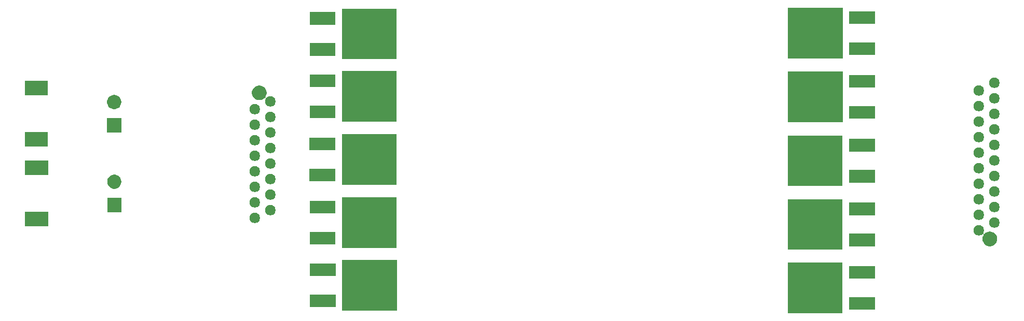
<source format=gbs>
G04 #@! TF.GenerationSoftware,KiCad,Pcbnew,5.0.2-bee76a0~70~ubuntu16.04.1*
G04 #@! TF.CreationDate,2019-04-22T00:31:27-04:00*
G04 #@! TF.ProjectId,BMS_peripheral,424d535f-7065-4726-9970-686572616c2e,rev?*
G04 #@! TF.SameCoordinates,Original*
G04 #@! TF.FileFunction,Soldermask,Bot*
G04 #@! TF.FilePolarity,Negative*
%FSLAX46Y46*%
G04 Gerber Fmt 4.6, Leading zero omitted, Abs format (unit mm)*
G04 Created by KiCad (PCBNEW 5.0.2-bee76a0~70~ubuntu16.04.1) date Mon 22 Apr 2019 12:31:27 AM EDT*
%MOMM*%
%LPD*%
G01*
G04 APERTURE LIST*
%ADD10C,0.100000*%
G04 APERTURE END LIST*
D10*
G36*
X178953000Y-73477000D02*
X170043000Y-73477000D01*
X170043000Y-65207000D01*
X178953000Y-65207000D01*
X178953000Y-73477000D01*
X178953000Y-73477000D01*
G37*
G36*
X106232800Y-73070600D02*
X97322800Y-73070600D01*
X97322800Y-64800600D01*
X106232800Y-64800600D01*
X106232800Y-73070600D01*
X106232800Y-73070600D01*
G37*
G36*
X184228000Y-72907000D02*
X180018000Y-72907000D01*
X180018000Y-70857000D01*
X184228000Y-70857000D01*
X184228000Y-72907000D01*
X184228000Y-72907000D01*
G37*
G36*
X96257800Y-72500600D02*
X92047800Y-72500600D01*
X92047800Y-70450600D01*
X96257800Y-70450600D01*
X96257800Y-72500600D01*
X96257800Y-72500600D01*
G37*
G36*
X184228000Y-67827000D02*
X180018000Y-67827000D01*
X180018000Y-65777000D01*
X184228000Y-65777000D01*
X184228000Y-67827000D01*
X184228000Y-67827000D01*
G37*
G36*
X96257800Y-67420600D02*
X92047800Y-67420600D01*
X92047800Y-65370600D01*
X96257800Y-65370600D01*
X96257800Y-67420600D01*
X96257800Y-67420600D01*
G37*
G36*
X178953000Y-63126500D02*
X170043000Y-63126500D01*
X170043000Y-54856500D01*
X178953000Y-54856500D01*
X178953000Y-63126500D01*
X178953000Y-63126500D01*
G37*
G36*
X106207400Y-62809000D02*
X97297400Y-62809000D01*
X97297400Y-54539000D01*
X106207400Y-54539000D01*
X106207400Y-62809000D01*
X106207400Y-62809000D01*
G37*
G36*
X184228000Y-62556500D02*
X180018000Y-62556500D01*
X180018000Y-60506500D01*
X184228000Y-60506500D01*
X184228000Y-62556500D01*
X184228000Y-62556500D01*
G37*
G36*
X201415934Y-59126664D02*
X201570627Y-59190740D01*
X201709847Y-59283764D01*
X201828236Y-59402153D01*
X201921260Y-59541373D01*
X201985336Y-59696066D01*
X202018000Y-59860281D01*
X202018000Y-60027719D01*
X201985336Y-60191934D01*
X201916961Y-60357006D01*
X201915950Y-60358897D01*
X201908837Y-60382347D01*
X201906436Y-60406733D01*
X201908838Y-60431119D01*
X201915952Y-60454568D01*
X201927503Y-60476179D01*
X201943049Y-60495121D01*
X201961991Y-60510666D01*
X201983602Y-60522217D01*
X202007052Y-60529330D01*
X202031438Y-60531731D01*
X202055824Y-60529329D01*
X202079273Y-60522215D01*
X202100884Y-60510664D01*
X202119824Y-60495119D01*
X202203042Y-60411901D01*
X202399588Y-60280573D01*
X202617974Y-60190115D01*
X202849809Y-60144000D01*
X203086191Y-60144000D01*
X203318026Y-60190115D01*
X203536412Y-60280573D01*
X203732958Y-60411901D01*
X203900099Y-60579042D01*
X204031427Y-60775588D01*
X204121885Y-60993974D01*
X204168000Y-61225809D01*
X204168000Y-61462191D01*
X204121885Y-61694026D01*
X204031427Y-61912412D01*
X203900099Y-62108958D01*
X203732958Y-62276099D01*
X203536412Y-62407427D01*
X203318026Y-62497885D01*
X203086191Y-62544000D01*
X202849809Y-62544000D01*
X202617974Y-62497885D01*
X202399588Y-62407427D01*
X202203042Y-62276099D01*
X202035901Y-62108958D01*
X201904573Y-61912412D01*
X201814115Y-61694026D01*
X201768000Y-61462191D01*
X201768000Y-61225809D01*
X201814115Y-60993974D01*
X201904573Y-60775588D01*
X201936634Y-60727605D01*
X201948185Y-60705994D01*
X201955298Y-60682545D01*
X201957700Y-60658159D01*
X201955298Y-60633773D01*
X201948185Y-60610324D01*
X201936634Y-60588713D01*
X201921088Y-60569771D01*
X201902146Y-60554225D01*
X201880535Y-60542674D01*
X201857086Y-60535561D01*
X201832700Y-60533159D01*
X201808314Y-60535561D01*
X201784865Y-60542674D01*
X201763254Y-60554225D01*
X201744312Y-60569771D01*
X201709847Y-60604236D01*
X201570627Y-60697260D01*
X201415934Y-60761336D01*
X201251719Y-60794000D01*
X201084281Y-60794000D01*
X200920066Y-60761336D01*
X200765373Y-60697260D01*
X200626153Y-60604236D01*
X200507764Y-60485847D01*
X200414740Y-60346627D01*
X200350664Y-60191934D01*
X200318000Y-60027719D01*
X200318000Y-59860281D01*
X200350664Y-59696066D01*
X200414740Y-59541373D01*
X200507764Y-59402153D01*
X200626153Y-59283764D01*
X200765373Y-59190740D01*
X200920066Y-59126664D01*
X201084281Y-59094000D01*
X201251719Y-59094000D01*
X201415934Y-59126664D01*
X201415934Y-59126664D01*
G37*
G36*
X96232400Y-62239000D02*
X92022400Y-62239000D01*
X92022400Y-60189000D01*
X96232400Y-60189000D01*
X96232400Y-62239000D01*
X96232400Y-62239000D01*
G37*
G36*
X203955934Y-57856664D02*
X204110627Y-57920740D01*
X204249847Y-58013764D01*
X204368236Y-58132153D01*
X204461260Y-58271373D01*
X204525336Y-58426066D01*
X204558000Y-58590281D01*
X204558000Y-58757719D01*
X204525336Y-58921934D01*
X204461260Y-59076627D01*
X204368236Y-59215847D01*
X204249847Y-59334236D01*
X204110627Y-59427260D01*
X203955934Y-59491336D01*
X203791719Y-59524000D01*
X203624281Y-59524000D01*
X203460066Y-59491336D01*
X203305373Y-59427260D01*
X203166153Y-59334236D01*
X203047764Y-59215847D01*
X202954740Y-59076627D01*
X202890664Y-58921934D01*
X202858000Y-58757719D01*
X202858000Y-58590281D01*
X202890664Y-58426066D01*
X202954740Y-58271373D01*
X203047764Y-58132153D01*
X203166153Y-58013764D01*
X203305373Y-57920740D01*
X203460066Y-57856664D01*
X203624281Y-57824000D01*
X203791719Y-57824000D01*
X203955934Y-57856664D01*
X203955934Y-57856664D01*
G37*
G36*
X49354820Y-59292340D02*
X45554820Y-59292340D01*
X45554820Y-56892340D01*
X49354820Y-56892340D01*
X49354820Y-59292340D01*
X49354820Y-59292340D01*
G37*
G36*
X83305934Y-57094664D02*
X83460627Y-57158740D01*
X83599847Y-57251764D01*
X83718236Y-57370153D01*
X83811260Y-57509373D01*
X83875336Y-57664066D01*
X83908000Y-57828281D01*
X83908000Y-57995719D01*
X83875336Y-58159934D01*
X83811260Y-58314627D01*
X83718236Y-58453847D01*
X83599847Y-58572236D01*
X83460627Y-58665260D01*
X83305934Y-58729336D01*
X83141719Y-58762000D01*
X82974281Y-58762000D01*
X82810066Y-58729336D01*
X82655373Y-58665260D01*
X82516153Y-58572236D01*
X82397764Y-58453847D01*
X82304740Y-58314627D01*
X82240664Y-58159934D01*
X82208000Y-57995719D01*
X82208000Y-57828281D01*
X82240664Y-57664066D01*
X82304740Y-57509373D01*
X82397764Y-57370153D01*
X82516153Y-57251764D01*
X82655373Y-57158740D01*
X82810066Y-57094664D01*
X82974281Y-57062000D01*
X83141719Y-57062000D01*
X83305934Y-57094664D01*
X83305934Y-57094664D01*
G37*
G36*
X201415934Y-56586664D02*
X201570627Y-56650740D01*
X201709847Y-56743764D01*
X201828236Y-56862153D01*
X201921260Y-57001373D01*
X201985336Y-57156066D01*
X202018000Y-57320281D01*
X202018000Y-57487719D01*
X201985336Y-57651934D01*
X201921260Y-57806627D01*
X201828236Y-57945847D01*
X201709847Y-58064236D01*
X201570627Y-58157260D01*
X201415934Y-58221336D01*
X201251719Y-58254000D01*
X201084281Y-58254000D01*
X200920066Y-58221336D01*
X200765373Y-58157260D01*
X200626153Y-58064236D01*
X200507764Y-57945847D01*
X200414740Y-57806627D01*
X200350664Y-57651934D01*
X200318000Y-57487719D01*
X200318000Y-57320281D01*
X200350664Y-57156066D01*
X200414740Y-57001373D01*
X200507764Y-56862153D01*
X200626153Y-56743764D01*
X200765373Y-56650740D01*
X200920066Y-56586664D01*
X201084281Y-56554000D01*
X201251719Y-56554000D01*
X201415934Y-56586664D01*
X201415934Y-56586664D01*
G37*
G36*
X85845934Y-55824664D02*
X86000627Y-55888740D01*
X86139847Y-55981764D01*
X86258236Y-56100153D01*
X86351260Y-56239373D01*
X86415336Y-56394066D01*
X86448000Y-56558281D01*
X86448000Y-56725719D01*
X86415336Y-56889934D01*
X86351260Y-57044627D01*
X86258236Y-57183847D01*
X86139847Y-57302236D01*
X86000627Y-57395260D01*
X85845934Y-57459336D01*
X85681719Y-57492000D01*
X85514281Y-57492000D01*
X85350066Y-57459336D01*
X85195373Y-57395260D01*
X85056153Y-57302236D01*
X84937764Y-57183847D01*
X84844740Y-57044627D01*
X84780664Y-56889934D01*
X84748000Y-56725719D01*
X84748000Y-56558281D01*
X84780664Y-56394066D01*
X84844740Y-56239373D01*
X84937764Y-56100153D01*
X85056153Y-55981764D01*
X85195373Y-55888740D01*
X85350066Y-55824664D01*
X85514281Y-55792000D01*
X85681719Y-55792000D01*
X85845934Y-55824664D01*
X85845934Y-55824664D01*
G37*
G36*
X184228000Y-57476500D02*
X180018000Y-57476500D01*
X180018000Y-55426500D01*
X184228000Y-55426500D01*
X184228000Y-57476500D01*
X184228000Y-57476500D01*
G37*
G36*
X96232400Y-57159000D02*
X92022400Y-57159000D01*
X92022400Y-55109000D01*
X96232400Y-55109000D01*
X96232400Y-57159000D01*
X96232400Y-57159000D01*
G37*
G36*
X203955934Y-55316664D02*
X204110627Y-55380740D01*
X204249847Y-55473764D01*
X204368236Y-55592153D01*
X204461260Y-55731373D01*
X204525336Y-55886066D01*
X204558000Y-56050281D01*
X204558000Y-56217719D01*
X204525336Y-56381934D01*
X204461260Y-56536627D01*
X204368236Y-56675847D01*
X204249847Y-56794236D01*
X204110627Y-56887260D01*
X203955934Y-56951336D01*
X203791719Y-56984000D01*
X203624281Y-56984000D01*
X203460066Y-56951336D01*
X203305373Y-56887260D01*
X203166153Y-56794236D01*
X203047764Y-56675847D01*
X202954740Y-56536627D01*
X202890664Y-56381934D01*
X202858000Y-56217719D01*
X202858000Y-56050281D01*
X202890664Y-55886066D01*
X202954740Y-55731373D01*
X203047764Y-55592153D01*
X203166153Y-55473764D01*
X203305373Y-55380740D01*
X203460066Y-55316664D01*
X203624281Y-55284000D01*
X203791719Y-55284000D01*
X203955934Y-55316664D01*
X203955934Y-55316664D01*
G37*
G36*
X61304820Y-56956340D02*
X59004820Y-56956340D01*
X59004820Y-54656340D01*
X61304820Y-54656340D01*
X61304820Y-56956340D01*
X61304820Y-56956340D01*
G37*
G36*
X83305934Y-54554664D02*
X83460627Y-54618740D01*
X83599847Y-54711764D01*
X83718236Y-54830153D01*
X83811260Y-54969373D01*
X83875336Y-55124066D01*
X83908000Y-55288281D01*
X83908000Y-55455719D01*
X83875336Y-55619934D01*
X83811260Y-55774627D01*
X83718236Y-55913847D01*
X83599847Y-56032236D01*
X83460627Y-56125260D01*
X83305934Y-56189336D01*
X83141719Y-56222000D01*
X82974281Y-56222000D01*
X82810066Y-56189336D01*
X82655373Y-56125260D01*
X82516153Y-56032236D01*
X82397764Y-55913847D01*
X82304740Y-55774627D01*
X82240664Y-55619934D01*
X82208000Y-55455719D01*
X82208000Y-55288281D01*
X82240664Y-55124066D01*
X82304740Y-54969373D01*
X82397764Y-54830153D01*
X82516153Y-54711764D01*
X82655373Y-54618740D01*
X82810066Y-54554664D01*
X82974281Y-54522000D01*
X83141719Y-54522000D01*
X83305934Y-54554664D01*
X83305934Y-54554664D01*
G37*
G36*
X201415934Y-54046664D02*
X201570627Y-54110740D01*
X201709847Y-54203764D01*
X201828236Y-54322153D01*
X201921260Y-54461373D01*
X201985336Y-54616066D01*
X202018000Y-54780281D01*
X202018000Y-54947719D01*
X201985336Y-55111934D01*
X201921260Y-55266627D01*
X201828236Y-55405847D01*
X201709847Y-55524236D01*
X201570627Y-55617260D01*
X201415934Y-55681336D01*
X201251719Y-55714000D01*
X201084281Y-55714000D01*
X200920066Y-55681336D01*
X200765373Y-55617260D01*
X200626153Y-55524236D01*
X200507764Y-55405847D01*
X200414740Y-55266627D01*
X200350664Y-55111934D01*
X200318000Y-54947719D01*
X200318000Y-54780281D01*
X200350664Y-54616066D01*
X200414740Y-54461373D01*
X200507764Y-54322153D01*
X200626153Y-54203764D01*
X200765373Y-54110740D01*
X200920066Y-54046664D01*
X201084281Y-54014000D01*
X201251719Y-54014000D01*
X201415934Y-54046664D01*
X201415934Y-54046664D01*
G37*
G36*
X85845934Y-53284664D02*
X86000627Y-53348740D01*
X86139847Y-53441764D01*
X86258236Y-53560153D01*
X86351260Y-53699373D01*
X86415336Y-53854066D01*
X86448000Y-54018281D01*
X86448000Y-54185719D01*
X86415336Y-54349934D01*
X86351260Y-54504627D01*
X86258236Y-54643847D01*
X86139847Y-54762236D01*
X86000627Y-54855260D01*
X85845934Y-54919336D01*
X85681719Y-54952000D01*
X85514281Y-54952000D01*
X85350066Y-54919336D01*
X85195373Y-54855260D01*
X85056153Y-54762236D01*
X84937764Y-54643847D01*
X84844740Y-54504627D01*
X84780664Y-54349934D01*
X84748000Y-54185719D01*
X84748000Y-54018281D01*
X84780664Y-53854066D01*
X84844740Y-53699373D01*
X84937764Y-53560153D01*
X85056153Y-53441764D01*
X85195373Y-53348740D01*
X85350066Y-53284664D01*
X85514281Y-53252000D01*
X85681719Y-53252000D01*
X85845934Y-53284664D01*
X85845934Y-53284664D01*
G37*
G36*
X203955934Y-52776664D02*
X204110627Y-52840740D01*
X204249847Y-52933764D01*
X204368236Y-53052153D01*
X204461260Y-53191373D01*
X204525336Y-53346066D01*
X204558000Y-53510281D01*
X204558000Y-53677719D01*
X204525336Y-53841934D01*
X204461260Y-53996627D01*
X204368236Y-54135847D01*
X204249847Y-54254236D01*
X204110627Y-54347260D01*
X203955934Y-54411336D01*
X203791719Y-54444000D01*
X203624281Y-54444000D01*
X203460066Y-54411336D01*
X203305373Y-54347260D01*
X203166153Y-54254236D01*
X203047764Y-54135847D01*
X202954740Y-53996627D01*
X202890664Y-53841934D01*
X202858000Y-53677719D01*
X202858000Y-53510281D01*
X202890664Y-53346066D01*
X202954740Y-53191373D01*
X203047764Y-53052153D01*
X203166153Y-52933764D01*
X203305373Y-52840740D01*
X203460066Y-52776664D01*
X203624281Y-52744000D01*
X203791719Y-52744000D01*
X203955934Y-52776664D01*
X203955934Y-52776664D01*
G37*
G36*
X83305934Y-52014664D02*
X83460627Y-52078740D01*
X83599847Y-52171764D01*
X83718236Y-52290153D01*
X83811260Y-52429373D01*
X83875336Y-52584066D01*
X83908000Y-52748281D01*
X83908000Y-52915719D01*
X83875336Y-53079934D01*
X83811260Y-53234627D01*
X83718236Y-53373847D01*
X83599847Y-53492236D01*
X83460627Y-53585260D01*
X83305934Y-53649336D01*
X83141719Y-53682000D01*
X82974281Y-53682000D01*
X82810066Y-53649336D01*
X82655373Y-53585260D01*
X82516153Y-53492236D01*
X82397764Y-53373847D01*
X82304740Y-53234627D01*
X82240664Y-53079934D01*
X82208000Y-52915719D01*
X82208000Y-52748281D01*
X82240664Y-52584066D01*
X82304740Y-52429373D01*
X82397764Y-52290153D01*
X82516153Y-52171764D01*
X82655373Y-52078740D01*
X82810066Y-52014664D01*
X82974281Y-51982000D01*
X83141719Y-51982000D01*
X83305934Y-52014664D01*
X83305934Y-52014664D01*
G37*
G36*
X201415934Y-51506664D02*
X201570627Y-51570740D01*
X201709847Y-51663764D01*
X201828236Y-51782153D01*
X201921260Y-51921373D01*
X201985336Y-52076066D01*
X202018000Y-52240281D01*
X202018000Y-52407719D01*
X201985336Y-52571934D01*
X201921260Y-52726627D01*
X201828236Y-52865847D01*
X201709847Y-52984236D01*
X201570627Y-53077260D01*
X201415934Y-53141336D01*
X201251719Y-53174000D01*
X201084281Y-53174000D01*
X200920066Y-53141336D01*
X200765373Y-53077260D01*
X200626153Y-52984236D01*
X200507764Y-52865847D01*
X200414740Y-52726627D01*
X200350664Y-52571934D01*
X200318000Y-52407719D01*
X200318000Y-52240281D01*
X200350664Y-52076066D01*
X200414740Y-51921373D01*
X200507764Y-51782153D01*
X200626153Y-51663764D01*
X200765373Y-51570740D01*
X200920066Y-51506664D01*
X201084281Y-51474000D01*
X201251719Y-51474000D01*
X201415934Y-51506664D01*
X201415934Y-51506664D01*
G37*
G36*
X60490263Y-50890534D02*
X60699548Y-50977223D01*
X60887905Y-51103079D01*
X61048081Y-51263255D01*
X61173937Y-51451612D01*
X61260626Y-51660897D01*
X61304820Y-51883074D01*
X61304820Y-52109606D01*
X61260626Y-52331783D01*
X61173937Y-52541068D01*
X61048081Y-52729425D01*
X60887905Y-52889601D01*
X60699548Y-53015457D01*
X60490263Y-53102146D01*
X60268086Y-53146340D01*
X60041554Y-53146340D01*
X59819377Y-53102146D01*
X59610092Y-53015457D01*
X59421735Y-52889601D01*
X59261559Y-52729425D01*
X59135703Y-52541068D01*
X59049014Y-52331783D01*
X59004820Y-52109606D01*
X59004820Y-51883074D01*
X59049014Y-51660897D01*
X59135703Y-51451612D01*
X59261559Y-51263255D01*
X59421735Y-51103079D01*
X59610092Y-50977223D01*
X59819377Y-50890534D01*
X60041554Y-50846340D01*
X60268086Y-50846340D01*
X60490263Y-50890534D01*
X60490263Y-50890534D01*
G37*
G36*
X178953000Y-52712500D02*
X170043000Y-52712500D01*
X170043000Y-44442500D01*
X178953000Y-44442500D01*
X178953000Y-52712500D01*
X178953000Y-52712500D01*
G37*
G36*
X106182000Y-52496600D02*
X97272000Y-52496600D01*
X97272000Y-44226600D01*
X106182000Y-44226600D01*
X106182000Y-52496600D01*
X106182000Y-52496600D01*
G37*
G36*
X85845934Y-50744664D02*
X86000627Y-50808740D01*
X86139847Y-50901764D01*
X86258236Y-51020153D01*
X86351260Y-51159373D01*
X86415336Y-51314066D01*
X86448000Y-51478281D01*
X86448000Y-51645719D01*
X86415336Y-51809934D01*
X86351260Y-51964627D01*
X86258236Y-52103847D01*
X86139847Y-52222236D01*
X86000627Y-52315260D01*
X85845934Y-52379336D01*
X85681719Y-52412000D01*
X85514281Y-52412000D01*
X85350066Y-52379336D01*
X85195373Y-52315260D01*
X85056153Y-52222236D01*
X84937764Y-52103847D01*
X84844740Y-51964627D01*
X84780664Y-51809934D01*
X84748000Y-51645719D01*
X84748000Y-51478281D01*
X84780664Y-51314066D01*
X84844740Y-51159373D01*
X84937764Y-51020153D01*
X85056153Y-50901764D01*
X85195373Y-50808740D01*
X85350066Y-50744664D01*
X85514281Y-50712000D01*
X85681719Y-50712000D01*
X85845934Y-50744664D01*
X85845934Y-50744664D01*
G37*
G36*
X184228000Y-52142500D02*
X180018000Y-52142500D01*
X180018000Y-50092500D01*
X184228000Y-50092500D01*
X184228000Y-52142500D01*
X184228000Y-52142500D01*
G37*
G36*
X96207000Y-51926600D02*
X91997000Y-51926600D01*
X91997000Y-49876600D01*
X96207000Y-49876600D01*
X96207000Y-51926600D01*
X96207000Y-51926600D01*
G37*
G36*
X203955934Y-50236664D02*
X204110627Y-50300740D01*
X204249847Y-50393764D01*
X204368236Y-50512153D01*
X204461260Y-50651373D01*
X204525336Y-50806066D01*
X204558000Y-50970281D01*
X204558000Y-51137719D01*
X204525336Y-51301934D01*
X204461260Y-51456627D01*
X204368236Y-51595847D01*
X204249847Y-51714236D01*
X204110627Y-51807260D01*
X203955934Y-51871336D01*
X203791719Y-51904000D01*
X203624281Y-51904000D01*
X203460066Y-51871336D01*
X203305373Y-51807260D01*
X203166153Y-51714236D01*
X203047764Y-51595847D01*
X202954740Y-51456627D01*
X202890664Y-51301934D01*
X202858000Y-51137719D01*
X202858000Y-50970281D01*
X202890664Y-50806066D01*
X202954740Y-50651373D01*
X203047764Y-50512153D01*
X203166153Y-50393764D01*
X203305373Y-50300740D01*
X203460066Y-50236664D01*
X203624281Y-50204000D01*
X203791719Y-50204000D01*
X203955934Y-50236664D01*
X203955934Y-50236664D01*
G37*
G36*
X83305934Y-49474664D02*
X83460627Y-49538740D01*
X83599847Y-49631764D01*
X83718236Y-49750153D01*
X83811260Y-49889373D01*
X83875336Y-50044066D01*
X83908000Y-50208281D01*
X83908000Y-50375719D01*
X83875336Y-50539934D01*
X83811260Y-50694627D01*
X83718236Y-50833847D01*
X83599847Y-50952236D01*
X83460627Y-51045260D01*
X83305934Y-51109336D01*
X83141719Y-51142000D01*
X82974281Y-51142000D01*
X82810066Y-51109336D01*
X82655373Y-51045260D01*
X82516153Y-50952236D01*
X82397764Y-50833847D01*
X82304740Y-50694627D01*
X82240664Y-50539934D01*
X82208000Y-50375719D01*
X82208000Y-50208281D01*
X82240664Y-50044066D01*
X82304740Y-49889373D01*
X82397764Y-49750153D01*
X82516153Y-49631764D01*
X82655373Y-49538740D01*
X82810066Y-49474664D01*
X82974281Y-49442000D01*
X83141719Y-49442000D01*
X83305934Y-49474664D01*
X83305934Y-49474664D01*
G37*
G36*
X49354820Y-50910340D02*
X45554820Y-50910340D01*
X45554820Y-48510340D01*
X49354820Y-48510340D01*
X49354820Y-50910340D01*
X49354820Y-50910340D01*
G37*
G36*
X201415934Y-48966664D02*
X201570627Y-49030740D01*
X201709847Y-49123764D01*
X201828236Y-49242153D01*
X201921260Y-49381373D01*
X201985336Y-49536066D01*
X202018000Y-49700281D01*
X202018000Y-49867719D01*
X201985336Y-50031934D01*
X201921260Y-50186627D01*
X201828236Y-50325847D01*
X201709847Y-50444236D01*
X201570627Y-50537260D01*
X201415934Y-50601336D01*
X201251719Y-50634000D01*
X201084281Y-50634000D01*
X200920066Y-50601336D01*
X200765373Y-50537260D01*
X200626153Y-50444236D01*
X200507764Y-50325847D01*
X200414740Y-50186627D01*
X200350664Y-50031934D01*
X200318000Y-49867719D01*
X200318000Y-49700281D01*
X200350664Y-49536066D01*
X200414740Y-49381373D01*
X200507764Y-49242153D01*
X200626153Y-49123764D01*
X200765373Y-49030740D01*
X200920066Y-48966664D01*
X201084281Y-48934000D01*
X201251719Y-48934000D01*
X201415934Y-48966664D01*
X201415934Y-48966664D01*
G37*
G36*
X85845934Y-48204664D02*
X86000627Y-48268740D01*
X86139847Y-48361764D01*
X86258236Y-48480153D01*
X86351260Y-48619373D01*
X86415336Y-48774066D01*
X86448000Y-48938281D01*
X86448000Y-49105719D01*
X86415336Y-49269934D01*
X86351260Y-49424627D01*
X86258236Y-49563847D01*
X86139847Y-49682236D01*
X86000627Y-49775260D01*
X85845934Y-49839336D01*
X85681719Y-49872000D01*
X85514281Y-49872000D01*
X85350066Y-49839336D01*
X85195373Y-49775260D01*
X85056153Y-49682236D01*
X84937764Y-49563847D01*
X84844740Y-49424627D01*
X84780664Y-49269934D01*
X84748000Y-49105719D01*
X84748000Y-48938281D01*
X84780664Y-48774066D01*
X84844740Y-48619373D01*
X84937764Y-48480153D01*
X85056153Y-48361764D01*
X85195373Y-48268740D01*
X85350066Y-48204664D01*
X85514281Y-48172000D01*
X85681719Y-48172000D01*
X85845934Y-48204664D01*
X85845934Y-48204664D01*
G37*
G36*
X203955934Y-47696664D02*
X204110627Y-47760740D01*
X204249847Y-47853764D01*
X204368236Y-47972153D01*
X204461260Y-48111373D01*
X204525336Y-48266066D01*
X204558000Y-48430281D01*
X204558000Y-48597719D01*
X204525336Y-48761934D01*
X204461260Y-48916627D01*
X204368236Y-49055847D01*
X204249847Y-49174236D01*
X204110627Y-49267260D01*
X203955934Y-49331336D01*
X203791719Y-49364000D01*
X203624281Y-49364000D01*
X203460066Y-49331336D01*
X203305373Y-49267260D01*
X203166153Y-49174236D01*
X203047764Y-49055847D01*
X202954740Y-48916627D01*
X202890664Y-48761934D01*
X202858000Y-48597719D01*
X202858000Y-48430281D01*
X202890664Y-48266066D01*
X202954740Y-48111373D01*
X203047764Y-47972153D01*
X203166153Y-47853764D01*
X203305373Y-47760740D01*
X203460066Y-47696664D01*
X203624281Y-47664000D01*
X203791719Y-47664000D01*
X203955934Y-47696664D01*
X203955934Y-47696664D01*
G37*
G36*
X83305934Y-46934664D02*
X83460627Y-46998740D01*
X83599847Y-47091764D01*
X83718236Y-47210153D01*
X83811260Y-47349373D01*
X83875336Y-47504066D01*
X83908000Y-47668281D01*
X83908000Y-47835719D01*
X83875336Y-47999934D01*
X83811260Y-48154627D01*
X83718236Y-48293847D01*
X83599847Y-48412236D01*
X83460627Y-48505260D01*
X83305934Y-48569336D01*
X83141719Y-48602000D01*
X82974281Y-48602000D01*
X82810066Y-48569336D01*
X82655373Y-48505260D01*
X82516153Y-48412236D01*
X82397764Y-48293847D01*
X82304740Y-48154627D01*
X82240664Y-47999934D01*
X82208000Y-47835719D01*
X82208000Y-47668281D01*
X82240664Y-47504066D01*
X82304740Y-47349373D01*
X82397764Y-47210153D01*
X82516153Y-47091764D01*
X82655373Y-46998740D01*
X82810066Y-46934664D01*
X82974281Y-46902000D01*
X83141719Y-46902000D01*
X83305934Y-46934664D01*
X83305934Y-46934664D01*
G37*
G36*
X201415934Y-46426664D02*
X201570627Y-46490740D01*
X201709847Y-46583764D01*
X201828236Y-46702153D01*
X201921260Y-46841373D01*
X201985336Y-46996066D01*
X202018000Y-47160281D01*
X202018000Y-47327719D01*
X201985336Y-47491934D01*
X201921260Y-47646627D01*
X201828236Y-47785847D01*
X201709847Y-47904236D01*
X201570627Y-47997260D01*
X201415934Y-48061336D01*
X201251719Y-48094000D01*
X201084281Y-48094000D01*
X200920066Y-48061336D01*
X200765373Y-47997260D01*
X200626153Y-47904236D01*
X200507764Y-47785847D01*
X200414740Y-47646627D01*
X200350664Y-47491934D01*
X200318000Y-47327719D01*
X200318000Y-47160281D01*
X200350664Y-46996066D01*
X200414740Y-46841373D01*
X200507764Y-46702153D01*
X200626153Y-46583764D01*
X200765373Y-46490740D01*
X200920066Y-46426664D01*
X201084281Y-46394000D01*
X201251719Y-46394000D01*
X201415934Y-46426664D01*
X201415934Y-46426664D01*
G37*
G36*
X85845934Y-45664664D02*
X86000627Y-45728740D01*
X86139847Y-45821764D01*
X86258236Y-45940153D01*
X86351260Y-46079373D01*
X86415336Y-46234066D01*
X86448000Y-46398281D01*
X86448000Y-46565719D01*
X86415336Y-46729934D01*
X86351260Y-46884627D01*
X86258236Y-47023847D01*
X86139847Y-47142236D01*
X86000627Y-47235260D01*
X85845934Y-47299336D01*
X85681719Y-47332000D01*
X85514281Y-47332000D01*
X85350066Y-47299336D01*
X85195373Y-47235260D01*
X85056153Y-47142236D01*
X84937764Y-47023847D01*
X84844740Y-46884627D01*
X84780664Y-46729934D01*
X84748000Y-46565719D01*
X84748000Y-46398281D01*
X84780664Y-46234066D01*
X84844740Y-46079373D01*
X84937764Y-45940153D01*
X85056153Y-45821764D01*
X85195373Y-45728740D01*
X85350066Y-45664664D01*
X85514281Y-45632000D01*
X85681719Y-45632000D01*
X85845934Y-45664664D01*
X85845934Y-45664664D01*
G37*
G36*
X184228000Y-47062500D02*
X180018000Y-47062500D01*
X180018000Y-45012500D01*
X184228000Y-45012500D01*
X184228000Y-47062500D01*
X184228000Y-47062500D01*
G37*
G36*
X96207000Y-46846600D02*
X91997000Y-46846600D01*
X91997000Y-44796600D01*
X96207000Y-44796600D01*
X96207000Y-46846600D01*
X96207000Y-46846600D01*
G37*
G36*
X203955934Y-45156664D02*
X204110627Y-45220740D01*
X204249847Y-45313764D01*
X204368236Y-45432153D01*
X204461260Y-45571373D01*
X204525336Y-45726066D01*
X204558000Y-45890281D01*
X204558000Y-46057719D01*
X204525336Y-46221934D01*
X204461260Y-46376627D01*
X204368236Y-46515847D01*
X204249847Y-46634236D01*
X204110627Y-46727260D01*
X203955934Y-46791336D01*
X203791719Y-46824000D01*
X203624281Y-46824000D01*
X203460066Y-46791336D01*
X203305373Y-46727260D01*
X203166153Y-46634236D01*
X203047764Y-46515847D01*
X202954740Y-46376627D01*
X202890664Y-46221934D01*
X202858000Y-46057719D01*
X202858000Y-45890281D01*
X202890664Y-45726066D01*
X202954740Y-45571373D01*
X203047764Y-45432153D01*
X203166153Y-45313764D01*
X203305373Y-45220740D01*
X203460066Y-45156664D01*
X203624281Y-45124000D01*
X203791719Y-45124000D01*
X203955934Y-45156664D01*
X203955934Y-45156664D01*
G37*
G36*
X49331960Y-46257060D02*
X45531960Y-46257060D01*
X45531960Y-43857060D01*
X49331960Y-43857060D01*
X49331960Y-46257060D01*
X49331960Y-46257060D01*
G37*
G36*
X83305934Y-44394664D02*
X83460627Y-44458740D01*
X83599847Y-44551764D01*
X83718236Y-44670153D01*
X83811260Y-44809373D01*
X83875336Y-44964066D01*
X83908000Y-45128281D01*
X83908000Y-45295719D01*
X83875336Y-45459934D01*
X83811260Y-45614627D01*
X83718236Y-45753847D01*
X83599847Y-45872236D01*
X83460627Y-45965260D01*
X83305934Y-46029336D01*
X83141719Y-46062000D01*
X82974281Y-46062000D01*
X82810066Y-46029336D01*
X82655373Y-45965260D01*
X82516153Y-45872236D01*
X82397764Y-45753847D01*
X82304740Y-45614627D01*
X82240664Y-45459934D01*
X82208000Y-45295719D01*
X82208000Y-45128281D01*
X82240664Y-44964066D01*
X82304740Y-44809373D01*
X82397764Y-44670153D01*
X82516153Y-44551764D01*
X82655373Y-44458740D01*
X82810066Y-44394664D01*
X82974281Y-44362000D01*
X83141719Y-44362000D01*
X83305934Y-44394664D01*
X83305934Y-44394664D01*
G37*
G36*
X201415934Y-43886664D02*
X201570627Y-43950740D01*
X201709847Y-44043764D01*
X201828236Y-44162153D01*
X201921260Y-44301373D01*
X201985336Y-44456066D01*
X202018000Y-44620281D01*
X202018000Y-44787719D01*
X201985336Y-44951934D01*
X201921260Y-45106627D01*
X201828236Y-45245847D01*
X201709847Y-45364236D01*
X201570627Y-45457260D01*
X201415934Y-45521336D01*
X201251719Y-45554000D01*
X201084281Y-45554000D01*
X200920066Y-45521336D01*
X200765373Y-45457260D01*
X200626153Y-45364236D01*
X200507764Y-45245847D01*
X200414740Y-45106627D01*
X200350664Y-44951934D01*
X200318000Y-44787719D01*
X200318000Y-44620281D01*
X200350664Y-44456066D01*
X200414740Y-44301373D01*
X200507764Y-44162153D01*
X200626153Y-44043764D01*
X200765373Y-43950740D01*
X200920066Y-43886664D01*
X201084281Y-43854000D01*
X201251719Y-43854000D01*
X201415934Y-43886664D01*
X201415934Y-43886664D01*
G37*
G36*
X85845934Y-43124664D02*
X86000627Y-43188740D01*
X86139847Y-43281764D01*
X86258236Y-43400153D01*
X86351260Y-43539373D01*
X86415336Y-43694066D01*
X86448000Y-43858281D01*
X86448000Y-44025719D01*
X86415336Y-44189934D01*
X86351260Y-44344627D01*
X86258236Y-44483847D01*
X86139847Y-44602236D01*
X86000627Y-44695260D01*
X85845934Y-44759336D01*
X85681719Y-44792000D01*
X85514281Y-44792000D01*
X85350066Y-44759336D01*
X85195373Y-44695260D01*
X85056153Y-44602236D01*
X84937764Y-44483847D01*
X84844740Y-44344627D01*
X84780664Y-44189934D01*
X84748000Y-44025719D01*
X84748000Y-43858281D01*
X84780664Y-43694066D01*
X84844740Y-43539373D01*
X84937764Y-43400153D01*
X85056153Y-43281764D01*
X85195373Y-43188740D01*
X85350066Y-43124664D01*
X85514281Y-43092000D01*
X85681719Y-43092000D01*
X85845934Y-43124664D01*
X85845934Y-43124664D01*
G37*
G36*
X203955934Y-42616664D02*
X204110627Y-42680740D01*
X204249847Y-42773764D01*
X204368236Y-42892153D01*
X204461260Y-43031373D01*
X204525336Y-43186066D01*
X204558000Y-43350281D01*
X204558000Y-43517719D01*
X204525336Y-43681934D01*
X204461260Y-43836627D01*
X204368236Y-43975847D01*
X204249847Y-44094236D01*
X204110627Y-44187260D01*
X203955934Y-44251336D01*
X203791719Y-44284000D01*
X203624281Y-44284000D01*
X203460066Y-44251336D01*
X203305373Y-44187260D01*
X203166153Y-44094236D01*
X203047764Y-43975847D01*
X202954740Y-43836627D01*
X202890664Y-43681934D01*
X202858000Y-43517719D01*
X202858000Y-43350281D01*
X202890664Y-43186066D01*
X202954740Y-43031373D01*
X203047764Y-42892153D01*
X203166153Y-42773764D01*
X203305373Y-42680740D01*
X203460066Y-42616664D01*
X203624281Y-42584000D01*
X203791719Y-42584000D01*
X203955934Y-42616664D01*
X203955934Y-42616664D01*
G37*
G36*
X61281960Y-43921060D02*
X58981960Y-43921060D01*
X58981960Y-41621060D01*
X61281960Y-41621060D01*
X61281960Y-43921060D01*
X61281960Y-43921060D01*
G37*
G36*
X83305934Y-41854664D02*
X83460627Y-41918740D01*
X83599847Y-42011764D01*
X83718236Y-42130153D01*
X83811260Y-42269373D01*
X83875336Y-42424066D01*
X83908000Y-42588281D01*
X83908000Y-42755719D01*
X83875336Y-42919934D01*
X83811260Y-43074627D01*
X83718236Y-43213847D01*
X83599847Y-43332236D01*
X83460627Y-43425260D01*
X83305934Y-43489336D01*
X83141719Y-43522000D01*
X82974281Y-43522000D01*
X82810066Y-43489336D01*
X82655373Y-43425260D01*
X82516153Y-43332236D01*
X82397764Y-43213847D01*
X82304740Y-43074627D01*
X82240664Y-42919934D01*
X82208000Y-42755719D01*
X82208000Y-42588281D01*
X82240664Y-42424066D01*
X82304740Y-42269373D01*
X82397764Y-42130153D01*
X82516153Y-42011764D01*
X82655373Y-41918740D01*
X82810066Y-41854664D01*
X82974281Y-41822000D01*
X83141719Y-41822000D01*
X83305934Y-41854664D01*
X83305934Y-41854664D01*
G37*
G36*
X201415934Y-41346664D02*
X201570627Y-41410740D01*
X201709847Y-41503764D01*
X201828236Y-41622153D01*
X201921260Y-41761373D01*
X201985336Y-41916066D01*
X202018000Y-42080281D01*
X202018000Y-42247719D01*
X201985336Y-42411934D01*
X201921260Y-42566627D01*
X201828236Y-42705847D01*
X201709847Y-42824236D01*
X201570627Y-42917260D01*
X201415934Y-42981336D01*
X201251719Y-43014000D01*
X201084281Y-43014000D01*
X200920066Y-42981336D01*
X200765373Y-42917260D01*
X200626153Y-42824236D01*
X200507764Y-42705847D01*
X200414740Y-42566627D01*
X200350664Y-42411934D01*
X200318000Y-42247719D01*
X200318000Y-42080281D01*
X200350664Y-41916066D01*
X200414740Y-41761373D01*
X200507764Y-41622153D01*
X200626153Y-41503764D01*
X200765373Y-41410740D01*
X200920066Y-41346664D01*
X201084281Y-41314000D01*
X201251719Y-41314000D01*
X201415934Y-41346664D01*
X201415934Y-41346664D01*
G37*
G36*
X178978400Y-42260400D02*
X170068400Y-42260400D01*
X170068400Y-33990400D01*
X178978400Y-33990400D01*
X178978400Y-42260400D01*
X178978400Y-42260400D01*
G37*
G36*
X85845934Y-40584664D02*
X86000627Y-40648740D01*
X86139847Y-40741764D01*
X86258236Y-40860153D01*
X86351260Y-40999373D01*
X86415336Y-41154066D01*
X86448000Y-41318281D01*
X86448000Y-41485719D01*
X86415336Y-41649934D01*
X86351260Y-41804627D01*
X86258236Y-41943847D01*
X86139847Y-42062236D01*
X86000627Y-42155260D01*
X85845934Y-42219336D01*
X85681719Y-42252000D01*
X85514281Y-42252000D01*
X85350066Y-42219336D01*
X85195373Y-42155260D01*
X85056153Y-42062236D01*
X84937764Y-41943847D01*
X84844740Y-41804627D01*
X84780664Y-41649934D01*
X84748000Y-41485719D01*
X84748000Y-41318281D01*
X84780664Y-41154066D01*
X84844740Y-40999373D01*
X84937764Y-40860153D01*
X85056153Y-40741764D01*
X85195373Y-40648740D01*
X85350066Y-40584664D01*
X85514281Y-40552000D01*
X85681719Y-40552000D01*
X85845934Y-40584664D01*
X85845934Y-40584664D01*
G37*
G36*
X106207400Y-42184200D02*
X97297400Y-42184200D01*
X97297400Y-33914200D01*
X106207400Y-33914200D01*
X106207400Y-42184200D01*
X106207400Y-42184200D01*
G37*
G36*
X203955934Y-40076664D02*
X204110627Y-40140740D01*
X204249847Y-40233764D01*
X204368236Y-40352153D01*
X204461260Y-40491373D01*
X204525336Y-40646066D01*
X204558000Y-40810281D01*
X204558000Y-40977719D01*
X204525336Y-41141934D01*
X204461260Y-41296627D01*
X204368236Y-41435847D01*
X204249847Y-41554236D01*
X204110627Y-41647260D01*
X203955934Y-41711336D01*
X203791719Y-41744000D01*
X203624281Y-41744000D01*
X203460066Y-41711336D01*
X203305373Y-41647260D01*
X203166153Y-41554236D01*
X203047764Y-41435847D01*
X202954740Y-41296627D01*
X202890664Y-41141934D01*
X202858000Y-40977719D01*
X202858000Y-40810281D01*
X202890664Y-40646066D01*
X202954740Y-40491373D01*
X203047764Y-40352153D01*
X203166153Y-40233764D01*
X203305373Y-40140740D01*
X203460066Y-40076664D01*
X203624281Y-40044000D01*
X203791719Y-40044000D01*
X203955934Y-40076664D01*
X203955934Y-40076664D01*
G37*
G36*
X184253400Y-41690400D02*
X180043400Y-41690400D01*
X180043400Y-39640400D01*
X184253400Y-39640400D01*
X184253400Y-41690400D01*
X184253400Y-41690400D01*
G37*
G36*
X96232400Y-41614200D02*
X92022400Y-41614200D01*
X92022400Y-39564200D01*
X96232400Y-39564200D01*
X96232400Y-41614200D01*
X96232400Y-41614200D01*
G37*
G36*
X83305934Y-39314664D02*
X83460627Y-39378740D01*
X83599847Y-39471764D01*
X83718236Y-39590153D01*
X83811260Y-39729373D01*
X83875336Y-39884066D01*
X83908000Y-40048281D01*
X83908000Y-40215719D01*
X83875336Y-40379934D01*
X83811260Y-40534627D01*
X83718236Y-40673847D01*
X83599847Y-40792236D01*
X83460627Y-40885260D01*
X83305934Y-40949336D01*
X83141719Y-40982000D01*
X82974281Y-40982000D01*
X82810066Y-40949336D01*
X82655373Y-40885260D01*
X82516153Y-40792236D01*
X82397764Y-40673847D01*
X82304740Y-40534627D01*
X82240664Y-40379934D01*
X82208000Y-40215719D01*
X82208000Y-40048281D01*
X82240664Y-39884066D01*
X82304740Y-39729373D01*
X82397764Y-39590153D01*
X82516153Y-39471764D01*
X82655373Y-39378740D01*
X82810066Y-39314664D01*
X82974281Y-39282000D01*
X83141719Y-39282000D01*
X83305934Y-39314664D01*
X83305934Y-39314664D01*
G37*
G36*
X201415934Y-38806664D02*
X201570627Y-38870740D01*
X201709847Y-38963764D01*
X201828236Y-39082153D01*
X201921260Y-39221373D01*
X201985336Y-39376066D01*
X202018000Y-39540281D01*
X202018000Y-39707719D01*
X201985336Y-39871934D01*
X201921260Y-40026627D01*
X201828236Y-40165847D01*
X201709847Y-40284236D01*
X201570627Y-40377260D01*
X201415934Y-40441336D01*
X201251719Y-40474000D01*
X201084281Y-40474000D01*
X200920066Y-40441336D01*
X200765373Y-40377260D01*
X200626153Y-40284236D01*
X200507764Y-40165847D01*
X200414740Y-40026627D01*
X200350664Y-39871934D01*
X200318000Y-39707719D01*
X200318000Y-39540281D01*
X200350664Y-39376066D01*
X200414740Y-39221373D01*
X200507764Y-39082153D01*
X200626153Y-38963764D01*
X200765373Y-38870740D01*
X200920066Y-38806664D01*
X201084281Y-38774000D01*
X201251719Y-38774000D01*
X201415934Y-38806664D01*
X201415934Y-38806664D01*
G37*
G36*
X60467403Y-37855254D02*
X60676688Y-37941943D01*
X60865045Y-38067799D01*
X61025221Y-38227975D01*
X61151077Y-38416332D01*
X61237766Y-38625617D01*
X61281960Y-38847794D01*
X61281960Y-39074326D01*
X61237766Y-39296503D01*
X61151077Y-39505788D01*
X61025221Y-39694145D01*
X60865045Y-39854321D01*
X60676688Y-39980177D01*
X60467403Y-40066866D01*
X60245226Y-40111060D01*
X60018694Y-40111060D01*
X59796517Y-40066866D01*
X59587232Y-39980177D01*
X59398875Y-39854321D01*
X59238699Y-39694145D01*
X59112843Y-39505788D01*
X59026154Y-39296503D01*
X58981960Y-39074326D01*
X58981960Y-38847794D01*
X59026154Y-38625617D01*
X59112843Y-38416332D01*
X59238699Y-38227975D01*
X59398875Y-38067799D01*
X59587232Y-37941943D01*
X59796517Y-37855254D01*
X60018694Y-37811060D01*
X60245226Y-37811060D01*
X60467403Y-37855254D01*
X60467403Y-37855254D01*
G37*
G36*
X84148026Y-36308115D02*
X84366412Y-36398573D01*
X84562958Y-36529901D01*
X84730099Y-36697042D01*
X84861427Y-36893588D01*
X84951885Y-37111974D01*
X84998000Y-37343809D01*
X84998000Y-37580191D01*
X84951885Y-37812026D01*
X84861427Y-38030412D01*
X84829366Y-38078395D01*
X84817815Y-38100006D01*
X84810702Y-38123455D01*
X84808300Y-38147841D01*
X84810702Y-38172227D01*
X84817815Y-38195676D01*
X84829366Y-38217287D01*
X84844912Y-38236229D01*
X84863854Y-38251775D01*
X84885465Y-38263326D01*
X84908914Y-38270439D01*
X84933300Y-38272841D01*
X84957686Y-38270439D01*
X84981135Y-38263326D01*
X85002746Y-38251775D01*
X85021688Y-38236229D01*
X85056153Y-38201764D01*
X85195373Y-38108740D01*
X85350066Y-38044664D01*
X85514281Y-38012000D01*
X85681719Y-38012000D01*
X85845934Y-38044664D01*
X86000627Y-38108740D01*
X86139847Y-38201764D01*
X86258236Y-38320153D01*
X86351260Y-38459373D01*
X86415336Y-38614066D01*
X86448000Y-38778281D01*
X86448000Y-38945719D01*
X86415336Y-39109934D01*
X86351260Y-39264627D01*
X86258236Y-39403847D01*
X86139847Y-39522236D01*
X86000627Y-39615260D01*
X85845934Y-39679336D01*
X85681719Y-39712000D01*
X85514281Y-39712000D01*
X85350066Y-39679336D01*
X85195373Y-39615260D01*
X85056153Y-39522236D01*
X84937764Y-39403847D01*
X84844740Y-39264627D01*
X84780664Y-39109934D01*
X84748000Y-38945719D01*
X84748000Y-38778281D01*
X84780664Y-38614066D01*
X84849039Y-38448994D01*
X84850050Y-38447103D01*
X84857163Y-38423653D01*
X84859564Y-38399267D01*
X84857162Y-38374881D01*
X84850048Y-38351432D01*
X84838497Y-38329821D01*
X84822951Y-38310879D01*
X84804009Y-38295334D01*
X84782398Y-38283783D01*
X84758948Y-38276670D01*
X84734562Y-38274269D01*
X84710176Y-38276671D01*
X84686727Y-38283785D01*
X84665116Y-38295336D01*
X84646176Y-38310881D01*
X84562958Y-38394099D01*
X84366412Y-38525427D01*
X84148026Y-38615885D01*
X83916191Y-38662000D01*
X83679809Y-38662000D01*
X83447974Y-38615885D01*
X83229588Y-38525427D01*
X83033042Y-38394099D01*
X82865901Y-38226958D01*
X82734573Y-38030412D01*
X82644115Y-37812026D01*
X82598000Y-37580191D01*
X82598000Y-37343809D01*
X82644115Y-37111974D01*
X82734573Y-36893588D01*
X82865901Y-36697042D01*
X83033042Y-36529901D01*
X83229588Y-36398573D01*
X83447974Y-36308115D01*
X83679809Y-36262000D01*
X83916191Y-36262000D01*
X84148026Y-36308115D01*
X84148026Y-36308115D01*
G37*
G36*
X203955934Y-37536664D02*
X204110627Y-37600740D01*
X204249847Y-37693764D01*
X204368236Y-37812153D01*
X204461260Y-37951373D01*
X204525336Y-38106066D01*
X204558000Y-38270281D01*
X204558000Y-38437719D01*
X204525336Y-38601934D01*
X204461260Y-38756627D01*
X204368236Y-38895847D01*
X204249847Y-39014236D01*
X204110627Y-39107260D01*
X203955934Y-39171336D01*
X203791719Y-39204000D01*
X203624281Y-39204000D01*
X203460066Y-39171336D01*
X203305373Y-39107260D01*
X203166153Y-39014236D01*
X203047764Y-38895847D01*
X202954740Y-38756627D01*
X202890664Y-38601934D01*
X202858000Y-38437719D01*
X202858000Y-38270281D01*
X202890664Y-38106066D01*
X202954740Y-37951373D01*
X203047764Y-37812153D01*
X203166153Y-37693764D01*
X203305373Y-37600740D01*
X203460066Y-37536664D01*
X203624281Y-37504000D01*
X203791719Y-37504000D01*
X203955934Y-37536664D01*
X203955934Y-37536664D01*
G37*
G36*
X201415934Y-36266664D02*
X201570627Y-36330740D01*
X201709847Y-36423764D01*
X201828236Y-36542153D01*
X201921260Y-36681373D01*
X201985336Y-36836066D01*
X202018000Y-37000281D01*
X202018000Y-37167719D01*
X201985336Y-37331934D01*
X201921260Y-37486627D01*
X201828236Y-37625847D01*
X201709847Y-37744236D01*
X201570627Y-37837260D01*
X201415934Y-37901336D01*
X201251719Y-37934000D01*
X201084281Y-37934000D01*
X200920066Y-37901336D01*
X200765373Y-37837260D01*
X200626153Y-37744236D01*
X200507764Y-37625847D01*
X200414740Y-37486627D01*
X200350664Y-37331934D01*
X200318000Y-37167719D01*
X200318000Y-37000281D01*
X200350664Y-36836066D01*
X200414740Y-36681373D01*
X200507764Y-36542153D01*
X200626153Y-36423764D01*
X200765373Y-36330740D01*
X200920066Y-36266664D01*
X201084281Y-36234000D01*
X201251719Y-36234000D01*
X201415934Y-36266664D01*
X201415934Y-36266664D01*
G37*
G36*
X49331960Y-37875060D02*
X45531960Y-37875060D01*
X45531960Y-35475060D01*
X49331960Y-35475060D01*
X49331960Y-37875060D01*
X49331960Y-37875060D01*
G37*
G36*
X203955934Y-34996664D02*
X204110627Y-35060740D01*
X204249847Y-35153764D01*
X204368236Y-35272153D01*
X204461260Y-35411373D01*
X204525336Y-35566066D01*
X204558000Y-35730281D01*
X204558000Y-35897719D01*
X204525336Y-36061934D01*
X204461260Y-36216627D01*
X204368236Y-36355847D01*
X204249847Y-36474236D01*
X204110627Y-36567260D01*
X203955934Y-36631336D01*
X203791719Y-36664000D01*
X203624281Y-36664000D01*
X203460066Y-36631336D01*
X203305373Y-36567260D01*
X203166153Y-36474236D01*
X203047764Y-36355847D01*
X202954740Y-36216627D01*
X202890664Y-36061934D01*
X202858000Y-35897719D01*
X202858000Y-35730281D01*
X202890664Y-35566066D01*
X202954740Y-35411373D01*
X203047764Y-35272153D01*
X203166153Y-35153764D01*
X203305373Y-35060740D01*
X203460066Y-34996664D01*
X203624281Y-34964000D01*
X203791719Y-34964000D01*
X203955934Y-34996664D01*
X203955934Y-34996664D01*
G37*
G36*
X184253400Y-36610400D02*
X180043400Y-36610400D01*
X180043400Y-34560400D01*
X184253400Y-34560400D01*
X184253400Y-36610400D01*
X184253400Y-36610400D01*
G37*
G36*
X96232400Y-36534200D02*
X92022400Y-36534200D01*
X92022400Y-34484200D01*
X96232400Y-34484200D01*
X96232400Y-36534200D01*
X96232400Y-36534200D01*
G37*
G36*
X106207400Y-31973400D02*
X97297400Y-31973400D01*
X97297400Y-23703400D01*
X106207400Y-23703400D01*
X106207400Y-31973400D01*
X106207400Y-31973400D01*
G37*
G36*
X178978400Y-31846400D02*
X170068400Y-31846400D01*
X170068400Y-23576400D01*
X178978400Y-23576400D01*
X178978400Y-31846400D01*
X178978400Y-31846400D01*
G37*
G36*
X96232400Y-31403400D02*
X92022400Y-31403400D01*
X92022400Y-29353400D01*
X96232400Y-29353400D01*
X96232400Y-31403400D01*
X96232400Y-31403400D01*
G37*
G36*
X184253400Y-31276400D02*
X180043400Y-31276400D01*
X180043400Y-29226400D01*
X184253400Y-29226400D01*
X184253400Y-31276400D01*
X184253400Y-31276400D01*
G37*
G36*
X96232400Y-26323400D02*
X92022400Y-26323400D01*
X92022400Y-24273400D01*
X96232400Y-24273400D01*
X96232400Y-26323400D01*
X96232400Y-26323400D01*
G37*
G36*
X184253400Y-26196400D02*
X180043400Y-26196400D01*
X180043400Y-24146400D01*
X184253400Y-24146400D01*
X184253400Y-26196400D01*
X184253400Y-26196400D01*
G37*
M02*

</source>
